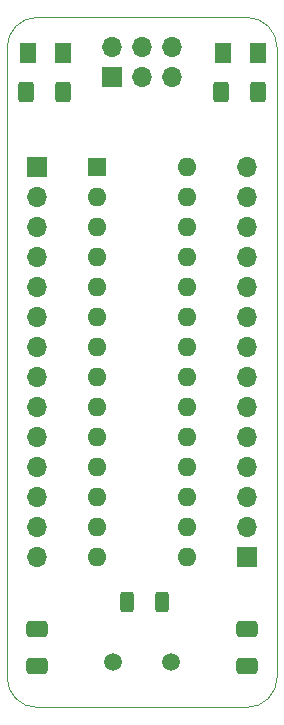
<source format=gbr>
%TF.GenerationSoftware,KiCad,Pcbnew,8.0.2*%
%TF.CreationDate,2024-05-09T17:00:38-05:00*%
%TF.ProjectId,atmega328-proto,61746d65-6761-4333-9238-2d70726f746f,A*%
%TF.SameCoordinates,Original*%
%TF.FileFunction,Soldermask,Top*%
%TF.FilePolarity,Negative*%
%FSLAX46Y46*%
G04 Gerber Fmt 4.6, Leading zero omitted, Abs format (unit mm)*
G04 Created by KiCad (PCBNEW 8.0.2) date 2024-05-09 17:00:38*
%MOMM*%
%LPD*%
G01*
G04 APERTURE LIST*
G04 Aperture macros list*
%AMRoundRect*
0 Rectangle with rounded corners*
0 $1 Rounding radius*
0 $2 $3 $4 $5 $6 $7 $8 $9 X,Y pos of 4 corners*
0 Add a 4 corners polygon primitive as box body*
4,1,4,$2,$3,$4,$5,$6,$7,$8,$9,$2,$3,0*
0 Add four circle primitives for the rounded corners*
1,1,$1+$1,$2,$3*
1,1,$1+$1,$4,$5*
1,1,$1+$1,$6,$7*
1,1,$1+$1,$8,$9*
0 Add four rect primitives between the rounded corners*
20,1,$1+$1,$2,$3,$4,$5,0*
20,1,$1+$1,$4,$5,$6,$7,0*
20,1,$1+$1,$6,$7,$8,$9,0*
20,1,$1+$1,$8,$9,$2,$3,0*%
G04 Aperture macros list end*
%ADD10RoundRect,0.250001X-0.462499X-0.624999X0.462499X-0.624999X0.462499X0.624999X-0.462499X0.624999X0*%
%ADD11R,1.600000X1.600000*%
%ADD12O,1.600000X1.600000*%
%ADD13RoundRect,0.250000X0.312500X0.625000X-0.312500X0.625000X-0.312500X-0.625000X0.312500X-0.625000X0*%
%ADD14RoundRect,0.250000X-0.650000X0.412500X-0.650000X-0.412500X0.650000X-0.412500X0.650000X0.412500X0*%
%ADD15RoundRect,0.250000X0.650000X-0.412500X0.650000X0.412500X-0.650000X0.412500X-0.650000X-0.412500X0*%
%ADD16R,1.700000X1.700000*%
%ADD17O,1.700000X1.700000*%
%ADD18RoundRect,0.250000X-0.400000X-0.625000X0.400000X-0.625000X0.400000X0.625000X-0.400000X0.625000X0*%
%ADD19C,1.500000*%
%TA.AperFunction,Profile*%
%ADD20C,0.050000*%
%TD*%
G04 APERTURE END LIST*
D10*
%TO.C,D2*%
X114762500Y-53810000D03*
X117737500Y-53810000D03*
%TD*%
D11*
%TO.C,U1*%
X104140000Y-63500000D03*
D12*
X104140000Y-66040000D03*
X104140000Y-68580000D03*
X104140000Y-71120000D03*
X104140000Y-73660000D03*
X104140000Y-76200000D03*
X104140000Y-78740000D03*
X104140000Y-81280000D03*
X104140000Y-83820000D03*
X104140000Y-86360000D03*
X104140000Y-88900000D03*
X104140000Y-91440000D03*
X104140000Y-93980000D03*
X104140000Y-96520000D03*
X111760000Y-96520000D03*
X111760000Y-93980000D03*
X111760000Y-91440000D03*
X111760000Y-88900000D03*
X111760000Y-86360000D03*
X111760000Y-83820000D03*
X111760000Y-81280000D03*
X111760000Y-78740000D03*
X111760000Y-76200000D03*
X111760000Y-73660000D03*
X111760000Y-71120000D03*
X111760000Y-68580000D03*
X111760000Y-66040000D03*
X111760000Y-63500000D03*
%TD*%
D13*
%TO.C,R1*%
X109605000Y-100330000D03*
X106680000Y-100330000D03*
%TD*%
D14*
%TO.C,C1*%
X99060000Y-102577500D03*
X99060000Y-105702500D03*
%TD*%
D15*
%TO.C,C2*%
X116840000Y-105702500D03*
X116840000Y-102577500D03*
%TD*%
D10*
%TO.C,D1*%
X98252500Y-53810000D03*
X101227500Y-53810000D03*
%TD*%
D16*
%TO.C,J1*%
X99060000Y-63500000D03*
D17*
X99060000Y-66040000D03*
X99060000Y-68580000D03*
X99060000Y-71120000D03*
X99060000Y-73660000D03*
X99060000Y-76200000D03*
X99060000Y-78740000D03*
X99060000Y-81280000D03*
X99060000Y-83820000D03*
X99060000Y-86360000D03*
X99060000Y-88900000D03*
X99060000Y-91440000D03*
X99060000Y-93980000D03*
X99060000Y-96520000D03*
%TD*%
D18*
%TO.C,R3*%
X114655000Y-57150000D03*
X117755000Y-57150000D03*
%TD*%
D16*
%TO.C,J4*%
X105410000Y-55880000D03*
D17*
X105410000Y-53340000D03*
X107950000Y-55880000D03*
X107950000Y-53340000D03*
X110490000Y-55880000D03*
X110490000Y-53340000D03*
%TD*%
D16*
%TO.C,J2*%
X116840000Y-96520000D03*
D17*
X116840000Y-93980000D03*
X116840000Y-91440000D03*
X116840000Y-88900000D03*
X116840000Y-86360000D03*
X116840000Y-83820000D03*
X116840000Y-81280000D03*
X116840000Y-78740000D03*
X116840000Y-76200000D03*
X116840000Y-73660000D03*
X116840000Y-71120000D03*
X116840000Y-68580000D03*
X116840000Y-66040000D03*
X116840000Y-63500000D03*
%TD*%
D19*
%TO.C,Y1*%
X105500000Y-105410000D03*
X110380000Y-105410000D03*
%TD*%
D18*
%TO.C,R2*%
X98145000Y-57150000D03*
X101245000Y-57150000D03*
%TD*%
D20*
X119380000Y-106680000D02*
G75*
G02*
X116840000Y-109220000I-2540000J0D01*
G01*
X116840000Y-50800000D02*
X99060000Y-50800000D01*
X99060000Y-109220000D02*
X116840000Y-109220000D01*
X99060000Y-109220000D02*
G75*
G02*
X96520000Y-106680000I0J2540000D01*
G01*
X119380000Y-53340000D02*
X119380000Y-106680000D01*
X96520000Y-53340000D02*
G75*
G02*
X99060000Y-50800000I2540000J0D01*
G01*
X116840000Y-50800000D02*
G75*
G02*
X119380000Y-53340000I0J-2540000D01*
G01*
X96520000Y-53340000D02*
X96520000Y-106680000D01*
M02*

</source>
